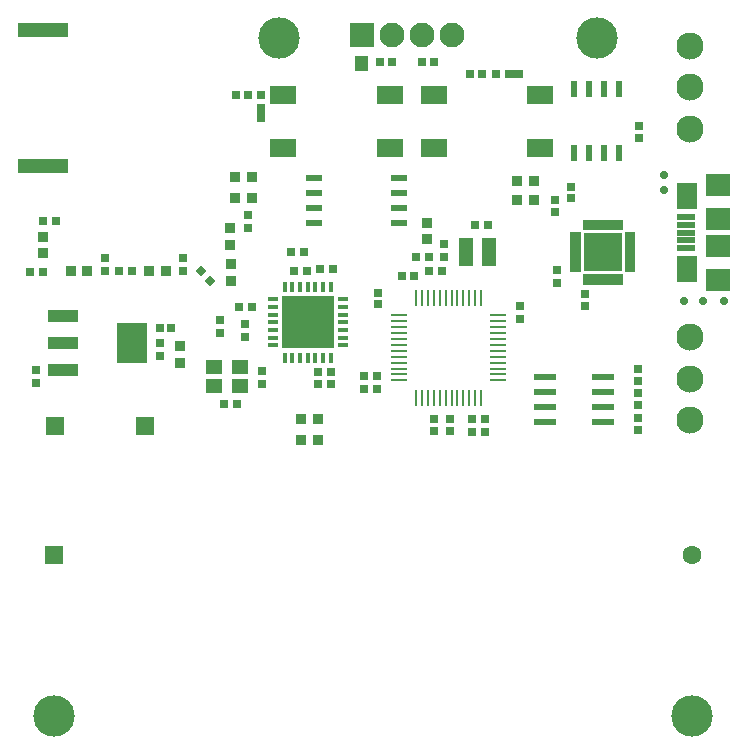
<source format=gts>
G04*
G04 #@! TF.GenerationSoftware,Altium Limited,Altium Designer,19.1.8 (144)*
G04*
G04 Layer_Color=8388736*
%FSLAX44Y44*%
%MOMM*%
G71*
G01*
G75*
%ADD15C,3.5000*%
%ADD16R,4.3000X1.2500*%
%ADD17R,1.4620X0.2394*%
%ADD18R,2.5000X3.4000*%
%ADD19R,2.5000X1.1000*%
%ADD20R,1.5000X0.5000*%
%ADD21R,0.9000X0.4000*%
%ADD22R,0.7000X0.7000*%
%ADD23R,1.9700X0.5680*%
%ADD24R,2.2000X1.5000*%
%ADD25R,1.3970X1.1938*%
%ADD26R,2.0000X1.8500*%
%ADD27R,2.0000X1.9000*%
%ADD28R,1.7000X2.2000*%
%ADD29R,1.1000X0.6000*%
%ADD30R,0.2394X1.4620*%
%ADD31R,3.2500X3.2500*%
%ADD32R,0.4000X0.9000*%
%ADD33R,0.7000X0.7000*%
%ADD34R,0.9500X0.9500*%
%ADD35R,0.9500X0.9500*%
%ADD36R,1.4620X0.5680*%
%ADD37R,1.2954X2.3876*%
%ADD38R,4.5000X4.5000*%
%ADD39R,0.4000X0.8500*%
%ADD40R,0.8500X0.4000*%
%ADD41P,0.9900X4X270.0*%
%ADD42R,0.5680X1.4549*%
%ADD43C,0.1000*%
%ADD44C,2.3000*%
%ADD45C,2.1000*%
%ADD46R,2.1000X2.1000*%
%ADD47C,1.6000*%
%ADD48R,1.6000X1.6000*%
%ADD49C,0.8000*%
%ADD50C,0.7000*%
G36*
X310250Y324250D02*
D01*
D02*
G37*
G36*
X345250Y401500D02*
D01*
D02*
G37*
G36*
X211500Y558500D02*
X218500D01*
Y543250D01*
X211500D01*
Y558500D01*
D02*
G37*
G36*
X295000Y599000D02*
X306000D01*
Y586000D01*
X295000D01*
Y599000D01*
D02*
G37*
G36*
X487500Y414500D02*
X521500D01*
Y405500D01*
X487500D01*
Y414500D01*
D02*
G37*
G36*
X477000Y450000D02*
X486000D01*
Y416000D01*
X477000D01*
Y450000D01*
D02*
G37*
G36*
X523000D02*
X532000D01*
Y416000D01*
X523000D01*
Y450000D01*
D02*
G37*
G36*
X487500Y460500D02*
X521500D01*
Y451500D01*
X487500D01*
Y460500D01*
D02*
G37*
G36*
X422000Y587500D02*
X437250D01*
Y580500D01*
X422000D01*
Y587500D01*
D02*
G37*
D15*
X40000Y40000D02*
D03*
X580000D02*
D03*
X500000Y614000D02*
D03*
X230000D02*
D03*
D16*
X30750Y620750D02*
D03*
Y506250D02*
D03*
D17*
X416164Y349500D02*
D03*
Y354500D02*
D03*
Y379500D02*
D03*
Y374500D02*
D03*
Y369500D02*
D03*
Y364500D02*
D03*
Y359500D02*
D03*
Y344500D02*
D03*
Y339500D02*
D03*
Y334500D02*
D03*
Y329500D02*
D03*
Y324500D02*
D03*
X331836D02*
D03*
Y329500D02*
D03*
Y334500D02*
D03*
Y339500D02*
D03*
Y344500D02*
D03*
Y349500D02*
D03*
Y354500D02*
D03*
Y359500D02*
D03*
Y364500D02*
D03*
Y369500D02*
D03*
Y374500D02*
D03*
Y379500D02*
D03*
D18*
X105750Y356000D02*
D03*
D19*
X47750Y333000D02*
D03*
Y356000D02*
D03*
Y379000D02*
D03*
D20*
X575250Y443000D02*
D03*
Y449500D02*
D03*
Y462500D02*
D03*
Y456000D02*
D03*
Y436500D02*
D03*
D21*
X481500Y433000D02*
D03*
X527500Y448000D02*
D03*
Y443000D02*
D03*
Y438000D02*
D03*
Y433000D02*
D03*
Y428000D02*
D03*
Y423000D02*
D03*
Y418000D02*
D03*
X481500D02*
D03*
Y423000D02*
D03*
Y428000D02*
D03*
Y438000D02*
D03*
Y443000D02*
D03*
Y448000D02*
D03*
D22*
X534000Y303500D02*
D03*
Y313500D02*
D03*
X129250Y344750D02*
D03*
Y355750D02*
D03*
X24500Y322000D02*
D03*
Y333000D02*
D03*
X489500Y387000D02*
D03*
Y398000D02*
D03*
X477250Y488500D02*
D03*
Y478500D02*
D03*
X463750Y477000D02*
D03*
Y467000D02*
D03*
X465750Y406750D02*
D03*
Y417750D02*
D03*
X434500Y376250D02*
D03*
Y387250D02*
D03*
X313750Y327750D02*
D03*
Y316750D02*
D03*
X302250Y327750D02*
D03*
Y316750D02*
D03*
X370500Y428750D02*
D03*
Y439750D02*
D03*
X534000Y292500D02*
D03*
Y282500D02*
D03*
X202000Y361000D02*
D03*
Y372000D02*
D03*
X180750Y364500D02*
D03*
Y375500D02*
D03*
X314250Y398750D02*
D03*
Y388750D02*
D03*
X534000Y334250D02*
D03*
Y324250D02*
D03*
X82750Y427750D02*
D03*
Y416750D02*
D03*
X149000Y427750D02*
D03*
Y416750D02*
D03*
X216000Y321500D02*
D03*
Y332500D02*
D03*
X204000Y464250D02*
D03*
Y453250D02*
D03*
X535500Y540000D02*
D03*
Y530000D02*
D03*
X361750Y281750D02*
D03*
Y291750D02*
D03*
X375000Y281750D02*
D03*
Y291750D02*
D03*
X215000Y555000D02*
D03*
Y566000D02*
D03*
D23*
X505138Y302150D02*
D03*
Y314850D02*
D03*
X455862Y327550D02*
D03*
Y314850D02*
D03*
Y302150D02*
D03*
Y289450D02*
D03*
X505138D02*
D03*
Y327550D02*
D03*
D24*
X361750Y566250D02*
D03*
Y521250D02*
D03*
X451750Y566250D02*
D03*
Y521250D02*
D03*
X234000Y566000D02*
D03*
Y521000D02*
D03*
X324000Y566000D02*
D03*
Y521000D02*
D03*
D25*
X175500Y319750D02*
D03*
X197500D02*
D03*
Y335750D02*
D03*
X175500D02*
D03*
D26*
X601750Y460750D02*
D03*
Y438250D02*
D03*
D27*
Y489500D02*
D03*
Y409500D02*
D03*
D28*
X576250Y480500D02*
D03*
Y418500D02*
D03*
D29*
X300500Y596000D02*
D03*
Y589000D02*
D03*
D30*
X401500Y309836D02*
D03*
X396500D02*
D03*
X391500D02*
D03*
X386500D02*
D03*
X381500D02*
D03*
X376500D02*
D03*
X371500D02*
D03*
X366500D02*
D03*
X361500D02*
D03*
X356500D02*
D03*
X351500D02*
D03*
X346500D02*
D03*
Y394164D02*
D03*
X351500D02*
D03*
X356500D02*
D03*
X361500D02*
D03*
X366500D02*
D03*
X371500D02*
D03*
X376500D02*
D03*
X381500D02*
D03*
X386500D02*
D03*
X391500D02*
D03*
X396500D02*
D03*
X401500D02*
D03*
D31*
X504500Y433000D02*
D03*
D32*
X489500Y456000D02*
D03*
X494500D02*
D03*
X499500D02*
D03*
X504500D02*
D03*
X509500D02*
D03*
X514500D02*
D03*
X519500D02*
D03*
Y410000D02*
D03*
X514500D02*
D03*
X509500D02*
D03*
X504500D02*
D03*
X499500D02*
D03*
X494500D02*
D03*
X489500D02*
D03*
D33*
X326000Y594000D02*
D03*
X316000D02*
D03*
X139250Y368750D02*
D03*
X129250D02*
D03*
X361500Y593750D02*
D03*
X351500D02*
D03*
X346250Y429000D02*
D03*
X357250D02*
D03*
X368250Y417000D02*
D03*
X357250D02*
D03*
X393750Y292000D02*
D03*
X404750D02*
D03*
X393750Y280750D02*
D03*
X404750D02*
D03*
X396750Y456000D02*
D03*
X407750D02*
D03*
X196500Y386500D02*
D03*
X207500D02*
D03*
X334500Y413000D02*
D03*
X344500D02*
D03*
X95000Y416750D02*
D03*
X106000D02*
D03*
X41750Y459250D02*
D03*
X30750D02*
D03*
X19750Y416500D02*
D03*
X30750D02*
D03*
X263250Y321000D02*
D03*
X274250D02*
D03*
X263250Y331750D02*
D03*
X274250D02*
D03*
X276000Y418750D02*
D03*
X265000D02*
D03*
X195000Y304250D02*
D03*
X184000D02*
D03*
X240750Y433250D02*
D03*
X251750D02*
D03*
X243500Y417250D02*
D03*
X254500D02*
D03*
X402250Y584000D02*
D03*
X392250D02*
D03*
X203750Y566000D02*
D03*
X193750D02*
D03*
X425500Y584000D02*
D03*
X414500D02*
D03*
D34*
X147000Y339250D02*
D03*
Y353250D02*
D03*
X355501Y457999D02*
D03*
Y443999D02*
D03*
X189249Y439251D02*
D03*
Y453251D02*
D03*
X30749Y432251D02*
D03*
Y446251D02*
D03*
X189501Y422749D02*
D03*
Y408749D02*
D03*
D35*
X432250Y493250D02*
D03*
X446250D02*
D03*
Y477000D02*
D03*
X432250D02*
D03*
X68249Y416749D02*
D03*
X54249D02*
D03*
X134749D02*
D03*
X120749D02*
D03*
X207500Y496250D02*
D03*
X193500D02*
D03*
Y479000D02*
D03*
X207500D02*
D03*
X263000Y291750D02*
D03*
X249000D02*
D03*
Y274250D02*
D03*
X263000D02*
D03*
D36*
X332191Y495550D02*
D03*
Y482850D02*
D03*
Y470150D02*
D03*
Y457450D02*
D03*
X260309D02*
D03*
Y470150D02*
D03*
Y482850D02*
D03*
Y495550D02*
D03*
D37*
X408025Y433500D02*
D03*
X388975D02*
D03*
D38*
X254750Y373500D02*
D03*
D39*
X235250Y403250D02*
D03*
X241750D02*
D03*
X248250D02*
D03*
X254750D02*
D03*
X261250D02*
D03*
X267750D02*
D03*
X274250D02*
D03*
Y343750D02*
D03*
X267750D02*
D03*
X261250D02*
D03*
X254750D02*
D03*
X248250D02*
D03*
X241750D02*
D03*
X235250D02*
D03*
D40*
X284500Y393000D02*
D03*
Y386500D02*
D03*
Y380000D02*
D03*
Y373500D02*
D03*
Y367000D02*
D03*
Y360500D02*
D03*
Y354000D02*
D03*
X225000D02*
D03*
Y360500D02*
D03*
Y367000D02*
D03*
Y373500D02*
D03*
Y380000D02*
D03*
Y386500D02*
D03*
Y393000D02*
D03*
D41*
X172139Y408861D02*
D03*
X164361Y416639D02*
D03*
D42*
X480200Y571213D02*
D03*
X492900D02*
D03*
X505600D02*
D03*
X518300D02*
D03*
Y516786D02*
D03*
X505600D02*
D03*
X492900D02*
D03*
X480200D02*
D03*
D43*
X500000Y614000D02*
D03*
X230000D02*
D03*
X580000Y40000D02*
D03*
X40000D02*
D03*
D44*
X578000Y537500D02*
D03*
Y572500D02*
D03*
X578000Y291000D02*
D03*
Y326000D02*
D03*
X578000Y607500D02*
D03*
X578000Y361000D02*
D03*
D45*
X351450Y616750D02*
D03*
X326050D02*
D03*
X376850D02*
D03*
D46*
X300650D02*
D03*
D47*
X580250Y176500D02*
D03*
D48*
X40250D02*
D03*
X40650Y285750D02*
D03*
X116850D02*
D03*
D49*
X504500Y433000D02*
D03*
X494500Y443000D02*
D03*
X514500D02*
D03*
Y423000D02*
D03*
X494500D02*
D03*
X269750Y373500D02*
D03*
X254750Y388500D02*
D03*
X239750Y373500D02*
D03*
X254750Y358500D02*
D03*
X269750D02*
D03*
X239750D02*
D03*
X269750Y388500D02*
D03*
X239750D02*
D03*
X254750Y373500D02*
D03*
D50*
X589500Y391500D02*
D03*
X607000Y391750D02*
D03*
X573500Y392000D02*
D03*
X556500Y485250D02*
D03*
Y498250D02*
D03*
M02*

</source>
